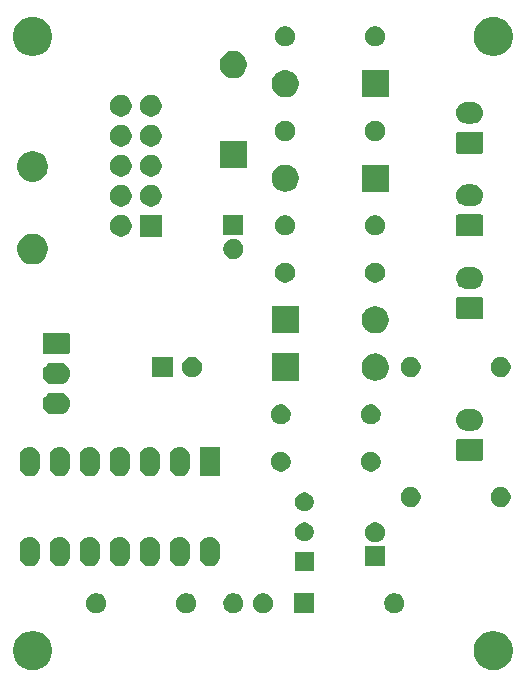
<source format=gbr>
G04 #@! TF.GenerationSoftware,KiCad,Pcbnew,5.1.5-52549c5~84~ubuntu18.04.1*
G04 #@! TF.CreationDate,2020-07-05T07:12:52-04:00*
G04 #@! TF.ProjectId,Suboscillator,5375626f-7363-4696-9c6c-61746f722e6b,rev?*
G04 #@! TF.SameCoordinates,Original*
G04 #@! TF.FileFunction,Soldermask,Bot*
G04 #@! TF.FilePolarity,Negative*
%FSLAX46Y46*%
G04 Gerber Fmt 4.6, Leading zero omitted, Abs format (unit mm)*
G04 Created by KiCad (PCBNEW 5.1.5-52549c5~84~ubuntu18.04.1) date 2020-07-05 07:12:52*
%MOMM*%
%LPD*%
G04 APERTURE LIST*
%ADD10C,0.100000*%
G04 APERTURE END LIST*
D10*
G36*
X130375256Y-87391298D02*
G01*
X130481579Y-87412447D01*
X130782042Y-87536903D01*
X131052451Y-87717585D01*
X131282415Y-87947549D01*
X131463097Y-88217958D01*
X131587553Y-88518421D01*
X131651000Y-88837391D01*
X131651000Y-89162609D01*
X131587553Y-89481579D01*
X131463097Y-89782042D01*
X131282415Y-90052451D01*
X131052451Y-90282415D01*
X130782042Y-90463097D01*
X130481579Y-90587553D01*
X130375256Y-90608702D01*
X130162611Y-90651000D01*
X129837389Y-90651000D01*
X129624744Y-90608702D01*
X129518421Y-90587553D01*
X129217958Y-90463097D01*
X128947549Y-90282415D01*
X128717585Y-90052451D01*
X128536903Y-89782042D01*
X128412447Y-89481579D01*
X128349000Y-89162609D01*
X128349000Y-88837391D01*
X128412447Y-88518421D01*
X128536903Y-88217958D01*
X128717585Y-87947549D01*
X128947549Y-87717585D01*
X129217958Y-87536903D01*
X129518421Y-87412447D01*
X129624744Y-87391298D01*
X129837389Y-87349000D01*
X130162611Y-87349000D01*
X130375256Y-87391298D01*
G37*
G36*
X169375256Y-87391298D02*
G01*
X169481579Y-87412447D01*
X169782042Y-87536903D01*
X170052451Y-87717585D01*
X170282415Y-87947549D01*
X170463097Y-88217958D01*
X170587553Y-88518421D01*
X170651000Y-88837391D01*
X170651000Y-89162609D01*
X170587553Y-89481579D01*
X170463097Y-89782042D01*
X170282415Y-90052451D01*
X170052451Y-90282415D01*
X169782042Y-90463097D01*
X169481579Y-90587553D01*
X169375256Y-90608702D01*
X169162611Y-90651000D01*
X168837389Y-90651000D01*
X168624744Y-90608702D01*
X168518421Y-90587553D01*
X168217958Y-90463097D01*
X167947549Y-90282415D01*
X167717585Y-90052451D01*
X167536903Y-89782042D01*
X167412447Y-89481579D01*
X167349000Y-89162609D01*
X167349000Y-88837391D01*
X167412447Y-88518421D01*
X167536903Y-88217958D01*
X167717585Y-87947549D01*
X167947549Y-87717585D01*
X168217958Y-87536903D01*
X168518421Y-87412447D01*
X168624744Y-87391298D01*
X168837389Y-87349000D01*
X169162611Y-87349000D01*
X169375256Y-87391298D01*
G37*
G36*
X160868228Y-84181703D02*
G01*
X161023100Y-84245853D01*
X161162481Y-84338985D01*
X161281015Y-84457519D01*
X161374147Y-84596900D01*
X161438297Y-84751772D01*
X161471000Y-84916184D01*
X161471000Y-85083816D01*
X161438297Y-85248228D01*
X161374147Y-85403100D01*
X161281015Y-85542481D01*
X161162481Y-85661015D01*
X161023100Y-85754147D01*
X160868228Y-85818297D01*
X160703816Y-85851000D01*
X160536184Y-85851000D01*
X160371772Y-85818297D01*
X160216900Y-85754147D01*
X160077519Y-85661015D01*
X159958985Y-85542481D01*
X159865853Y-85403100D01*
X159801703Y-85248228D01*
X159769000Y-85083816D01*
X159769000Y-84916184D01*
X159801703Y-84751772D01*
X159865853Y-84596900D01*
X159958985Y-84457519D01*
X160077519Y-84338985D01*
X160216900Y-84245853D01*
X160371772Y-84181703D01*
X160536184Y-84149000D01*
X160703816Y-84149000D01*
X160868228Y-84181703D01*
G37*
G36*
X149748228Y-84181703D02*
G01*
X149903100Y-84245853D01*
X150042481Y-84338985D01*
X150161015Y-84457519D01*
X150254147Y-84596900D01*
X150318297Y-84751772D01*
X150351000Y-84916184D01*
X150351000Y-85083816D01*
X150318297Y-85248228D01*
X150254147Y-85403100D01*
X150161015Y-85542481D01*
X150042481Y-85661015D01*
X149903100Y-85754147D01*
X149748228Y-85818297D01*
X149583816Y-85851000D01*
X149416184Y-85851000D01*
X149251772Y-85818297D01*
X149096900Y-85754147D01*
X148957519Y-85661015D01*
X148838985Y-85542481D01*
X148745853Y-85403100D01*
X148681703Y-85248228D01*
X148649000Y-85083816D01*
X148649000Y-84916184D01*
X148681703Y-84751772D01*
X148745853Y-84596900D01*
X148838985Y-84457519D01*
X148957519Y-84338985D01*
X149096900Y-84245853D01*
X149251772Y-84181703D01*
X149416184Y-84149000D01*
X149583816Y-84149000D01*
X149748228Y-84181703D01*
G37*
G36*
X147248228Y-84181703D02*
G01*
X147403100Y-84245853D01*
X147542481Y-84338985D01*
X147661015Y-84457519D01*
X147754147Y-84596900D01*
X147818297Y-84751772D01*
X147851000Y-84916184D01*
X147851000Y-85083816D01*
X147818297Y-85248228D01*
X147754147Y-85403100D01*
X147661015Y-85542481D01*
X147542481Y-85661015D01*
X147403100Y-85754147D01*
X147248228Y-85818297D01*
X147083816Y-85851000D01*
X146916184Y-85851000D01*
X146751772Y-85818297D01*
X146596900Y-85754147D01*
X146457519Y-85661015D01*
X146338985Y-85542481D01*
X146245853Y-85403100D01*
X146181703Y-85248228D01*
X146149000Y-85083816D01*
X146149000Y-84916184D01*
X146181703Y-84751772D01*
X146245853Y-84596900D01*
X146338985Y-84457519D01*
X146457519Y-84338985D01*
X146596900Y-84245853D01*
X146751772Y-84181703D01*
X146916184Y-84149000D01*
X147083816Y-84149000D01*
X147248228Y-84181703D01*
G37*
G36*
X153851000Y-85851000D02*
G01*
X152149000Y-85851000D01*
X152149000Y-84149000D01*
X153851000Y-84149000D01*
X153851000Y-85851000D01*
G37*
G36*
X143248228Y-84181703D02*
G01*
X143403100Y-84245853D01*
X143542481Y-84338985D01*
X143661015Y-84457519D01*
X143754147Y-84596900D01*
X143818297Y-84751772D01*
X143851000Y-84916184D01*
X143851000Y-85083816D01*
X143818297Y-85248228D01*
X143754147Y-85403100D01*
X143661015Y-85542481D01*
X143542481Y-85661015D01*
X143403100Y-85754147D01*
X143248228Y-85818297D01*
X143083816Y-85851000D01*
X142916184Y-85851000D01*
X142751772Y-85818297D01*
X142596900Y-85754147D01*
X142457519Y-85661015D01*
X142338985Y-85542481D01*
X142245853Y-85403100D01*
X142181703Y-85248228D01*
X142149000Y-85083816D01*
X142149000Y-84916184D01*
X142181703Y-84751772D01*
X142245853Y-84596900D01*
X142338985Y-84457519D01*
X142457519Y-84338985D01*
X142596900Y-84245853D01*
X142751772Y-84181703D01*
X142916184Y-84149000D01*
X143083816Y-84149000D01*
X143248228Y-84181703D01*
G37*
G36*
X135628228Y-84181703D02*
G01*
X135783100Y-84245853D01*
X135922481Y-84338985D01*
X136041015Y-84457519D01*
X136134147Y-84596900D01*
X136198297Y-84751772D01*
X136231000Y-84916184D01*
X136231000Y-85083816D01*
X136198297Y-85248228D01*
X136134147Y-85403100D01*
X136041015Y-85542481D01*
X135922481Y-85661015D01*
X135783100Y-85754147D01*
X135628228Y-85818297D01*
X135463816Y-85851000D01*
X135296184Y-85851000D01*
X135131772Y-85818297D01*
X134976900Y-85754147D01*
X134837519Y-85661015D01*
X134718985Y-85542481D01*
X134625853Y-85403100D01*
X134561703Y-85248228D01*
X134529000Y-85083816D01*
X134529000Y-84916184D01*
X134561703Y-84751772D01*
X134625853Y-84596900D01*
X134718985Y-84457519D01*
X134837519Y-84338985D01*
X134976900Y-84245853D01*
X135131772Y-84181703D01*
X135296184Y-84149000D01*
X135463816Y-84149000D01*
X135628228Y-84181703D01*
G37*
G36*
X153801000Y-82301000D02*
G01*
X152199000Y-82301000D01*
X152199000Y-80699000D01*
X153801000Y-80699000D01*
X153801000Y-82301000D01*
G37*
G36*
X129926823Y-79381313D02*
G01*
X130087242Y-79429976D01*
X130163257Y-79470607D01*
X130235078Y-79508996D01*
X130364659Y-79615341D01*
X130471004Y-79744922D01*
X130471005Y-79744924D01*
X130550024Y-79892758D01*
X130598687Y-80053178D01*
X130611000Y-80178197D01*
X130611000Y-81061804D01*
X130598687Y-81186823D01*
X130550024Y-81347242D01*
X130479114Y-81479906D01*
X130471004Y-81495078D01*
X130364659Y-81624659D01*
X130235077Y-81731005D01*
X130087241Y-81810024D01*
X129926822Y-81858687D01*
X129760000Y-81875117D01*
X129593177Y-81858687D01*
X129432758Y-81810024D01*
X129284924Y-81731005D01*
X129284922Y-81731004D01*
X129155341Y-81624659D01*
X129048995Y-81495077D01*
X128969976Y-81347241D01*
X128921313Y-81186822D01*
X128909000Y-81061803D01*
X128909000Y-80178197D01*
X128921314Y-80053177D01*
X128969977Y-79892758D01*
X129048996Y-79744924D01*
X129048997Y-79744922D01*
X129155342Y-79615341D01*
X129284923Y-79508996D01*
X129356744Y-79470607D01*
X129432759Y-79429976D01*
X129593178Y-79381313D01*
X129760000Y-79364883D01*
X129926823Y-79381313D01*
G37*
G36*
X140086823Y-79381313D02*
G01*
X140247242Y-79429976D01*
X140323257Y-79470607D01*
X140395078Y-79508996D01*
X140524659Y-79615341D01*
X140631004Y-79744922D01*
X140631005Y-79744924D01*
X140710024Y-79892758D01*
X140758687Y-80053178D01*
X140771000Y-80178197D01*
X140771000Y-81061804D01*
X140758687Y-81186823D01*
X140710024Y-81347242D01*
X140639114Y-81479906D01*
X140631004Y-81495078D01*
X140524659Y-81624659D01*
X140395077Y-81731005D01*
X140247241Y-81810024D01*
X140086822Y-81858687D01*
X139920000Y-81875117D01*
X139753177Y-81858687D01*
X139592758Y-81810024D01*
X139444924Y-81731005D01*
X139444922Y-81731004D01*
X139315341Y-81624659D01*
X139208995Y-81495077D01*
X139129976Y-81347241D01*
X139081313Y-81186822D01*
X139069000Y-81061803D01*
X139069000Y-80178197D01*
X139081314Y-80053177D01*
X139129977Y-79892758D01*
X139208996Y-79744924D01*
X139208997Y-79744922D01*
X139315342Y-79615341D01*
X139444923Y-79508996D01*
X139516744Y-79470607D01*
X139592759Y-79429976D01*
X139753178Y-79381313D01*
X139920000Y-79364883D01*
X140086823Y-79381313D01*
G37*
G36*
X142626823Y-79381313D02*
G01*
X142787242Y-79429976D01*
X142863257Y-79470607D01*
X142935078Y-79508996D01*
X143064659Y-79615341D01*
X143171004Y-79744922D01*
X143171005Y-79744924D01*
X143250024Y-79892758D01*
X143298687Y-80053178D01*
X143311000Y-80178197D01*
X143311000Y-81061804D01*
X143298687Y-81186823D01*
X143250024Y-81347242D01*
X143179114Y-81479906D01*
X143171004Y-81495078D01*
X143064659Y-81624659D01*
X142935077Y-81731005D01*
X142787241Y-81810024D01*
X142626822Y-81858687D01*
X142460000Y-81875117D01*
X142293177Y-81858687D01*
X142132758Y-81810024D01*
X141984924Y-81731005D01*
X141984922Y-81731004D01*
X141855341Y-81624659D01*
X141748995Y-81495077D01*
X141669976Y-81347241D01*
X141621313Y-81186822D01*
X141609000Y-81061803D01*
X141609000Y-80178197D01*
X141621314Y-80053177D01*
X141669977Y-79892758D01*
X141748996Y-79744924D01*
X141748997Y-79744922D01*
X141855342Y-79615341D01*
X141984923Y-79508996D01*
X142056744Y-79470607D01*
X142132759Y-79429976D01*
X142293178Y-79381313D01*
X142460000Y-79364883D01*
X142626823Y-79381313D01*
G37*
G36*
X145166823Y-79381313D02*
G01*
X145327242Y-79429976D01*
X145403257Y-79470607D01*
X145475078Y-79508996D01*
X145604659Y-79615341D01*
X145711004Y-79744922D01*
X145711005Y-79744924D01*
X145790024Y-79892758D01*
X145838687Y-80053178D01*
X145851000Y-80178197D01*
X145851000Y-81061804D01*
X145838687Y-81186823D01*
X145790024Y-81347242D01*
X145719114Y-81479906D01*
X145711004Y-81495078D01*
X145604659Y-81624659D01*
X145475077Y-81731005D01*
X145327241Y-81810024D01*
X145166822Y-81858687D01*
X145000000Y-81875117D01*
X144833177Y-81858687D01*
X144672758Y-81810024D01*
X144524924Y-81731005D01*
X144524922Y-81731004D01*
X144395341Y-81624659D01*
X144288995Y-81495077D01*
X144209976Y-81347241D01*
X144161313Y-81186822D01*
X144149000Y-81061803D01*
X144149000Y-80178197D01*
X144161314Y-80053177D01*
X144209977Y-79892758D01*
X144288996Y-79744924D01*
X144288997Y-79744922D01*
X144395342Y-79615341D01*
X144524923Y-79508996D01*
X144596744Y-79470607D01*
X144672759Y-79429976D01*
X144833178Y-79381313D01*
X145000000Y-79364883D01*
X145166823Y-79381313D01*
G37*
G36*
X137546823Y-79381313D02*
G01*
X137707242Y-79429976D01*
X137783257Y-79470607D01*
X137855078Y-79508996D01*
X137984659Y-79615341D01*
X138091004Y-79744922D01*
X138091005Y-79744924D01*
X138170024Y-79892758D01*
X138218687Y-80053178D01*
X138231000Y-80178197D01*
X138231000Y-81061804D01*
X138218687Y-81186823D01*
X138170024Y-81347242D01*
X138099114Y-81479906D01*
X138091004Y-81495078D01*
X137984659Y-81624659D01*
X137855077Y-81731005D01*
X137707241Y-81810024D01*
X137546822Y-81858687D01*
X137380000Y-81875117D01*
X137213177Y-81858687D01*
X137052758Y-81810024D01*
X136904924Y-81731005D01*
X136904922Y-81731004D01*
X136775341Y-81624659D01*
X136668995Y-81495077D01*
X136589976Y-81347241D01*
X136541313Y-81186822D01*
X136529000Y-81061803D01*
X136529000Y-80178197D01*
X136541314Y-80053177D01*
X136589977Y-79892758D01*
X136668996Y-79744924D01*
X136668997Y-79744922D01*
X136775342Y-79615341D01*
X136904923Y-79508996D01*
X136976744Y-79470607D01*
X137052759Y-79429976D01*
X137213178Y-79381313D01*
X137380000Y-79364883D01*
X137546823Y-79381313D01*
G37*
G36*
X135006823Y-79381313D02*
G01*
X135167242Y-79429976D01*
X135243257Y-79470607D01*
X135315078Y-79508996D01*
X135444659Y-79615341D01*
X135551004Y-79744922D01*
X135551005Y-79744924D01*
X135630024Y-79892758D01*
X135678687Y-80053178D01*
X135691000Y-80178197D01*
X135691000Y-81061804D01*
X135678687Y-81186823D01*
X135630024Y-81347242D01*
X135559114Y-81479906D01*
X135551004Y-81495078D01*
X135444659Y-81624659D01*
X135315077Y-81731005D01*
X135167241Y-81810024D01*
X135006822Y-81858687D01*
X134840000Y-81875117D01*
X134673177Y-81858687D01*
X134512758Y-81810024D01*
X134364924Y-81731005D01*
X134364922Y-81731004D01*
X134235341Y-81624659D01*
X134128995Y-81495077D01*
X134049976Y-81347241D01*
X134001313Y-81186822D01*
X133989000Y-81061803D01*
X133989000Y-80178197D01*
X134001314Y-80053177D01*
X134049977Y-79892758D01*
X134128996Y-79744924D01*
X134128997Y-79744922D01*
X134235342Y-79615341D01*
X134364923Y-79508996D01*
X134436744Y-79470607D01*
X134512759Y-79429976D01*
X134673178Y-79381313D01*
X134840000Y-79364883D01*
X135006823Y-79381313D01*
G37*
G36*
X132466823Y-79381313D02*
G01*
X132627242Y-79429976D01*
X132703257Y-79470607D01*
X132775078Y-79508996D01*
X132904659Y-79615341D01*
X133011004Y-79744922D01*
X133011005Y-79744924D01*
X133090024Y-79892758D01*
X133138687Y-80053178D01*
X133151000Y-80178197D01*
X133151000Y-81061804D01*
X133138687Y-81186823D01*
X133090024Y-81347242D01*
X133019114Y-81479906D01*
X133011004Y-81495078D01*
X132904659Y-81624659D01*
X132775077Y-81731005D01*
X132627241Y-81810024D01*
X132466822Y-81858687D01*
X132300000Y-81875117D01*
X132133177Y-81858687D01*
X131972758Y-81810024D01*
X131824924Y-81731005D01*
X131824922Y-81731004D01*
X131695341Y-81624659D01*
X131588995Y-81495077D01*
X131509976Y-81347241D01*
X131461313Y-81186822D01*
X131449000Y-81061803D01*
X131449000Y-80178197D01*
X131461314Y-80053177D01*
X131509977Y-79892758D01*
X131588996Y-79744924D01*
X131588997Y-79744922D01*
X131695342Y-79615341D01*
X131824923Y-79508996D01*
X131896744Y-79470607D01*
X131972759Y-79429976D01*
X132133178Y-79381313D01*
X132300000Y-79364883D01*
X132466823Y-79381313D01*
G37*
G36*
X159851000Y-81851000D02*
G01*
X158149000Y-81851000D01*
X158149000Y-80149000D01*
X159851000Y-80149000D01*
X159851000Y-81851000D01*
G37*
G36*
X159248228Y-78181703D02*
G01*
X159403100Y-78245853D01*
X159542481Y-78338985D01*
X159661015Y-78457519D01*
X159754147Y-78596900D01*
X159818297Y-78751772D01*
X159851000Y-78916184D01*
X159851000Y-79083816D01*
X159818297Y-79248228D01*
X159754147Y-79403100D01*
X159661015Y-79542481D01*
X159542481Y-79661015D01*
X159403100Y-79754147D01*
X159248228Y-79818297D01*
X159083816Y-79851000D01*
X158916184Y-79851000D01*
X158751772Y-79818297D01*
X158596900Y-79754147D01*
X158457519Y-79661015D01*
X158338985Y-79542481D01*
X158245853Y-79403100D01*
X158181703Y-79248228D01*
X158149000Y-79083816D01*
X158149000Y-78916184D01*
X158181703Y-78751772D01*
X158245853Y-78596900D01*
X158338985Y-78457519D01*
X158457519Y-78338985D01*
X158596900Y-78245853D01*
X158751772Y-78181703D01*
X158916184Y-78149000D01*
X159083816Y-78149000D01*
X159248228Y-78181703D01*
G37*
G36*
X153233642Y-78189781D02*
G01*
X153369011Y-78245853D01*
X153379416Y-78250163D01*
X153510608Y-78337822D01*
X153622178Y-78449392D01*
X153709837Y-78580584D01*
X153709838Y-78580586D01*
X153770219Y-78726358D01*
X153801000Y-78881107D01*
X153801000Y-79038893D01*
X153770219Y-79193642D01*
X153747608Y-79248229D01*
X153709837Y-79339416D01*
X153622178Y-79470608D01*
X153510608Y-79582178D01*
X153379416Y-79669837D01*
X153379415Y-79669838D01*
X153379414Y-79669838D01*
X153233642Y-79730219D01*
X153078893Y-79761000D01*
X152921107Y-79761000D01*
X152766358Y-79730219D01*
X152620586Y-79669838D01*
X152620585Y-79669838D01*
X152620584Y-79669837D01*
X152489392Y-79582178D01*
X152377822Y-79470608D01*
X152290163Y-79339416D01*
X152252392Y-79248229D01*
X152229781Y-79193642D01*
X152199000Y-79038893D01*
X152199000Y-78881107D01*
X152229781Y-78726358D01*
X152290162Y-78580586D01*
X152290163Y-78580584D01*
X152377822Y-78449392D01*
X152489392Y-78337822D01*
X152620584Y-78250163D01*
X152630989Y-78245853D01*
X152766358Y-78189781D01*
X152921107Y-78159000D01*
X153078893Y-78159000D01*
X153233642Y-78189781D01*
G37*
G36*
X153233642Y-75649781D02*
G01*
X153379414Y-75710162D01*
X153379416Y-75710163D01*
X153510608Y-75797822D01*
X153622178Y-75909392D01*
X153709837Y-76040584D01*
X153709838Y-76040586D01*
X153770219Y-76186358D01*
X153801000Y-76341107D01*
X153801000Y-76498893D01*
X153770219Y-76653642D01*
X153728588Y-76754147D01*
X153709837Y-76799416D01*
X153622178Y-76930608D01*
X153510608Y-77042178D01*
X153379416Y-77129837D01*
X153379415Y-77129838D01*
X153379414Y-77129838D01*
X153233642Y-77190219D01*
X153078893Y-77221000D01*
X152921107Y-77221000D01*
X152766358Y-77190219D01*
X152620586Y-77129838D01*
X152620585Y-77129838D01*
X152620584Y-77129837D01*
X152489392Y-77042178D01*
X152377822Y-76930608D01*
X152290163Y-76799416D01*
X152271412Y-76754147D01*
X152229781Y-76653642D01*
X152199000Y-76498893D01*
X152199000Y-76341107D01*
X152229781Y-76186358D01*
X152290162Y-76040586D01*
X152290163Y-76040584D01*
X152377822Y-75909392D01*
X152489392Y-75797822D01*
X152620584Y-75710163D01*
X152620586Y-75710162D01*
X152766358Y-75649781D01*
X152921107Y-75619000D01*
X153078893Y-75619000D01*
X153233642Y-75649781D01*
G37*
G36*
X162248228Y-75181703D02*
G01*
X162403100Y-75245853D01*
X162542481Y-75338985D01*
X162661015Y-75457519D01*
X162754147Y-75596900D01*
X162818297Y-75751772D01*
X162851000Y-75916184D01*
X162851000Y-76083816D01*
X162818297Y-76248228D01*
X162754147Y-76403100D01*
X162661015Y-76542481D01*
X162542481Y-76661015D01*
X162403100Y-76754147D01*
X162248228Y-76818297D01*
X162083816Y-76851000D01*
X161916184Y-76851000D01*
X161751772Y-76818297D01*
X161596900Y-76754147D01*
X161457519Y-76661015D01*
X161338985Y-76542481D01*
X161245853Y-76403100D01*
X161181703Y-76248228D01*
X161149000Y-76083816D01*
X161149000Y-75916184D01*
X161181703Y-75751772D01*
X161245853Y-75596900D01*
X161338985Y-75457519D01*
X161457519Y-75338985D01*
X161596900Y-75245853D01*
X161751772Y-75181703D01*
X161916184Y-75149000D01*
X162083816Y-75149000D01*
X162248228Y-75181703D01*
G37*
G36*
X169868228Y-75181703D02*
G01*
X170023100Y-75245853D01*
X170162481Y-75338985D01*
X170281015Y-75457519D01*
X170374147Y-75596900D01*
X170438297Y-75751772D01*
X170471000Y-75916184D01*
X170471000Y-76083816D01*
X170438297Y-76248228D01*
X170374147Y-76403100D01*
X170281015Y-76542481D01*
X170162481Y-76661015D01*
X170023100Y-76754147D01*
X169868228Y-76818297D01*
X169703816Y-76851000D01*
X169536184Y-76851000D01*
X169371772Y-76818297D01*
X169216900Y-76754147D01*
X169077519Y-76661015D01*
X168958985Y-76542481D01*
X168865853Y-76403100D01*
X168801703Y-76248228D01*
X168769000Y-76083816D01*
X168769000Y-75916184D01*
X168801703Y-75751772D01*
X168865853Y-75596900D01*
X168958985Y-75457519D01*
X169077519Y-75338985D01*
X169216900Y-75245853D01*
X169371772Y-75181703D01*
X169536184Y-75149000D01*
X169703816Y-75149000D01*
X169868228Y-75181703D01*
G37*
G36*
X135006823Y-71761313D02*
G01*
X135167242Y-71809976D01*
X135299906Y-71880886D01*
X135315078Y-71888996D01*
X135444659Y-71995341D01*
X135551004Y-72124922D01*
X135551005Y-72124924D01*
X135630024Y-72272758D01*
X135678687Y-72433178D01*
X135691000Y-72558197D01*
X135691000Y-73441804D01*
X135678687Y-73566823D01*
X135630024Y-73727242D01*
X135615642Y-73754148D01*
X135551004Y-73875078D01*
X135444659Y-74004659D01*
X135315077Y-74111005D01*
X135167241Y-74190024D01*
X135006822Y-74238687D01*
X134840000Y-74255117D01*
X134673177Y-74238687D01*
X134512758Y-74190024D01*
X134364924Y-74111005D01*
X134364922Y-74111004D01*
X134235341Y-74004659D01*
X134128995Y-73875077D01*
X134049976Y-73727241D01*
X134001313Y-73566822D01*
X133989000Y-73441803D01*
X133989000Y-72558197D01*
X134001314Y-72433177D01*
X134049977Y-72272758D01*
X134128996Y-72124924D01*
X134128997Y-72124922D01*
X134235342Y-71995341D01*
X134364923Y-71888996D01*
X134380095Y-71880886D01*
X134512759Y-71809976D01*
X134673178Y-71761313D01*
X134840000Y-71744883D01*
X135006823Y-71761313D01*
G37*
G36*
X129926823Y-71761313D02*
G01*
X130087242Y-71809976D01*
X130219906Y-71880886D01*
X130235078Y-71888996D01*
X130364659Y-71995341D01*
X130471004Y-72124922D01*
X130471005Y-72124924D01*
X130550024Y-72272758D01*
X130598687Y-72433178D01*
X130611000Y-72558197D01*
X130611000Y-73441804D01*
X130598687Y-73566823D01*
X130550024Y-73727242D01*
X130535642Y-73754148D01*
X130471004Y-73875078D01*
X130364659Y-74004659D01*
X130235077Y-74111005D01*
X130087241Y-74190024D01*
X129926822Y-74238687D01*
X129760000Y-74255117D01*
X129593177Y-74238687D01*
X129432758Y-74190024D01*
X129284924Y-74111005D01*
X129284922Y-74111004D01*
X129155341Y-74004659D01*
X129048995Y-73875077D01*
X128969976Y-73727241D01*
X128921313Y-73566822D01*
X128909000Y-73441803D01*
X128909000Y-72558197D01*
X128921314Y-72433177D01*
X128969977Y-72272758D01*
X129048996Y-72124924D01*
X129048997Y-72124922D01*
X129155342Y-71995341D01*
X129284923Y-71888996D01*
X129300095Y-71880886D01*
X129432759Y-71809976D01*
X129593178Y-71761313D01*
X129760000Y-71744883D01*
X129926823Y-71761313D01*
G37*
G36*
X132466823Y-71761313D02*
G01*
X132627242Y-71809976D01*
X132759906Y-71880886D01*
X132775078Y-71888996D01*
X132904659Y-71995341D01*
X133011004Y-72124922D01*
X133011005Y-72124924D01*
X133090024Y-72272758D01*
X133138687Y-72433178D01*
X133151000Y-72558197D01*
X133151000Y-73441804D01*
X133138687Y-73566823D01*
X133090024Y-73727242D01*
X133075642Y-73754148D01*
X133011004Y-73875078D01*
X132904659Y-74004659D01*
X132775077Y-74111005D01*
X132627241Y-74190024D01*
X132466822Y-74238687D01*
X132300000Y-74255117D01*
X132133177Y-74238687D01*
X131972758Y-74190024D01*
X131824924Y-74111005D01*
X131824922Y-74111004D01*
X131695341Y-74004659D01*
X131588995Y-73875077D01*
X131509976Y-73727241D01*
X131461313Y-73566822D01*
X131449000Y-73441803D01*
X131449000Y-72558197D01*
X131461314Y-72433177D01*
X131509977Y-72272758D01*
X131588996Y-72124924D01*
X131588997Y-72124922D01*
X131695342Y-71995341D01*
X131824923Y-71888996D01*
X131840095Y-71880886D01*
X131972759Y-71809976D01*
X132133178Y-71761313D01*
X132300000Y-71744883D01*
X132466823Y-71761313D01*
G37*
G36*
X142626823Y-71761313D02*
G01*
X142787242Y-71809976D01*
X142919906Y-71880886D01*
X142935078Y-71888996D01*
X143064659Y-71995341D01*
X143171004Y-72124922D01*
X143171005Y-72124924D01*
X143250024Y-72272758D01*
X143298687Y-72433178D01*
X143311000Y-72558197D01*
X143311000Y-73441804D01*
X143298687Y-73566823D01*
X143250024Y-73727242D01*
X143235642Y-73754148D01*
X143171004Y-73875078D01*
X143064659Y-74004659D01*
X142935077Y-74111005D01*
X142787241Y-74190024D01*
X142626822Y-74238687D01*
X142460000Y-74255117D01*
X142293177Y-74238687D01*
X142132758Y-74190024D01*
X141984924Y-74111005D01*
X141984922Y-74111004D01*
X141855341Y-74004659D01*
X141748995Y-73875077D01*
X141669976Y-73727241D01*
X141621313Y-73566822D01*
X141609000Y-73441803D01*
X141609000Y-72558197D01*
X141621314Y-72433177D01*
X141669977Y-72272758D01*
X141748996Y-72124924D01*
X141748997Y-72124922D01*
X141855342Y-71995341D01*
X141984923Y-71888996D01*
X142000095Y-71880886D01*
X142132759Y-71809976D01*
X142293178Y-71761313D01*
X142460000Y-71744883D01*
X142626823Y-71761313D01*
G37*
G36*
X137546823Y-71761313D02*
G01*
X137707242Y-71809976D01*
X137839906Y-71880886D01*
X137855078Y-71888996D01*
X137984659Y-71995341D01*
X138091004Y-72124922D01*
X138091005Y-72124924D01*
X138170024Y-72272758D01*
X138218687Y-72433178D01*
X138231000Y-72558197D01*
X138231000Y-73441804D01*
X138218687Y-73566823D01*
X138170024Y-73727242D01*
X138155642Y-73754148D01*
X138091004Y-73875078D01*
X137984659Y-74004659D01*
X137855077Y-74111005D01*
X137707241Y-74190024D01*
X137546822Y-74238687D01*
X137380000Y-74255117D01*
X137213177Y-74238687D01*
X137052758Y-74190024D01*
X136904924Y-74111005D01*
X136904922Y-74111004D01*
X136775341Y-74004659D01*
X136668995Y-73875077D01*
X136589976Y-73727241D01*
X136541313Y-73566822D01*
X136529000Y-73441803D01*
X136529000Y-72558197D01*
X136541314Y-72433177D01*
X136589977Y-72272758D01*
X136668996Y-72124924D01*
X136668997Y-72124922D01*
X136775342Y-71995341D01*
X136904923Y-71888996D01*
X136920095Y-71880886D01*
X137052759Y-71809976D01*
X137213178Y-71761313D01*
X137380000Y-71744883D01*
X137546823Y-71761313D01*
G37*
G36*
X140086823Y-71761313D02*
G01*
X140247242Y-71809976D01*
X140379906Y-71880886D01*
X140395078Y-71888996D01*
X140524659Y-71995341D01*
X140631004Y-72124922D01*
X140631005Y-72124924D01*
X140710024Y-72272758D01*
X140758687Y-72433178D01*
X140771000Y-72558197D01*
X140771000Y-73441804D01*
X140758687Y-73566823D01*
X140710024Y-73727242D01*
X140695642Y-73754148D01*
X140631004Y-73875078D01*
X140524659Y-74004659D01*
X140395077Y-74111005D01*
X140247241Y-74190024D01*
X140086822Y-74238687D01*
X139920000Y-74255117D01*
X139753177Y-74238687D01*
X139592758Y-74190024D01*
X139444924Y-74111005D01*
X139444922Y-74111004D01*
X139315341Y-74004659D01*
X139208995Y-73875077D01*
X139129976Y-73727241D01*
X139081313Y-73566822D01*
X139069000Y-73441803D01*
X139069000Y-72558197D01*
X139081314Y-72433177D01*
X139129977Y-72272758D01*
X139208996Y-72124924D01*
X139208997Y-72124922D01*
X139315342Y-71995341D01*
X139444923Y-71888996D01*
X139460095Y-71880886D01*
X139592759Y-71809976D01*
X139753178Y-71761313D01*
X139920000Y-71744883D01*
X140086823Y-71761313D01*
G37*
G36*
X145851000Y-74251000D02*
G01*
X144149000Y-74251000D01*
X144149000Y-71749000D01*
X145851000Y-71749000D01*
X145851000Y-74251000D01*
G37*
G36*
X158868228Y-72181703D02*
G01*
X159023100Y-72245853D01*
X159162481Y-72338985D01*
X159281015Y-72457519D01*
X159374147Y-72596900D01*
X159438297Y-72751772D01*
X159471000Y-72916184D01*
X159471000Y-73083816D01*
X159438297Y-73248228D01*
X159374147Y-73403100D01*
X159281015Y-73542481D01*
X159162481Y-73661015D01*
X159023100Y-73754147D01*
X158868228Y-73818297D01*
X158703816Y-73851000D01*
X158536184Y-73851000D01*
X158371772Y-73818297D01*
X158216900Y-73754147D01*
X158077519Y-73661015D01*
X157958985Y-73542481D01*
X157865853Y-73403100D01*
X157801703Y-73248228D01*
X157769000Y-73083816D01*
X157769000Y-72916184D01*
X157801703Y-72751772D01*
X157865853Y-72596900D01*
X157958985Y-72457519D01*
X158077519Y-72338985D01*
X158216900Y-72245853D01*
X158371772Y-72181703D01*
X158536184Y-72149000D01*
X158703816Y-72149000D01*
X158868228Y-72181703D01*
G37*
G36*
X151248228Y-72181703D02*
G01*
X151403100Y-72245853D01*
X151542481Y-72338985D01*
X151661015Y-72457519D01*
X151754147Y-72596900D01*
X151818297Y-72751772D01*
X151851000Y-72916184D01*
X151851000Y-73083816D01*
X151818297Y-73248228D01*
X151754147Y-73403100D01*
X151661015Y-73542481D01*
X151542481Y-73661015D01*
X151403100Y-73754147D01*
X151248228Y-73818297D01*
X151083816Y-73851000D01*
X150916184Y-73851000D01*
X150751772Y-73818297D01*
X150596900Y-73754147D01*
X150457519Y-73661015D01*
X150338985Y-73542481D01*
X150245853Y-73403100D01*
X150181703Y-73248228D01*
X150149000Y-73083816D01*
X150149000Y-72916184D01*
X150181703Y-72751772D01*
X150245853Y-72596900D01*
X150338985Y-72457519D01*
X150457519Y-72338985D01*
X150596900Y-72245853D01*
X150751772Y-72181703D01*
X150916184Y-72149000D01*
X151083816Y-72149000D01*
X151248228Y-72181703D01*
G37*
G36*
X168009561Y-71082966D02*
G01*
X168042383Y-71092923D01*
X168072632Y-71109092D01*
X168099148Y-71130852D01*
X168120908Y-71157368D01*
X168137077Y-71187617D01*
X168147034Y-71220439D01*
X168151000Y-71260713D01*
X168151000Y-72739287D01*
X168147034Y-72779561D01*
X168137077Y-72812383D01*
X168120908Y-72842632D01*
X168099148Y-72869148D01*
X168072632Y-72890908D01*
X168042383Y-72907077D01*
X168009561Y-72917034D01*
X167969287Y-72921000D01*
X166030713Y-72921000D01*
X165990439Y-72917034D01*
X165957617Y-72907077D01*
X165927368Y-72890908D01*
X165900852Y-72869148D01*
X165879092Y-72842632D01*
X165862923Y-72812383D01*
X165852966Y-72779561D01*
X165849000Y-72739287D01*
X165849000Y-71260713D01*
X165852966Y-71220439D01*
X165862923Y-71187617D01*
X165879092Y-71157368D01*
X165900852Y-71130852D01*
X165927368Y-71109092D01*
X165957617Y-71092923D01*
X165990439Y-71082966D01*
X166030713Y-71079000D01*
X167969287Y-71079000D01*
X168009561Y-71082966D01*
G37*
G36*
X167320345Y-68543442D02*
G01*
X167410548Y-68552326D01*
X167584157Y-68604990D01*
X167744156Y-68690511D01*
X167787729Y-68726271D01*
X167884397Y-68805603D01*
X167963729Y-68902271D01*
X167999489Y-68945844D01*
X168085010Y-69105843D01*
X168137674Y-69279452D01*
X168155456Y-69460000D01*
X168137674Y-69640548D01*
X168085010Y-69814157D01*
X167999489Y-69974156D01*
X167963729Y-70017729D01*
X167884397Y-70114397D01*
X167787729Y-70193729D01*
X167744156Y-70229489D01*
X167584157Y-70315010D01*
X167410548Y-70367674D01*
X167320345Y-70376558D01*
X167275245Y-70381000D01*
X166724755Y-70381000D01*
X166679655Y-70376558D01*
X166589452Y-70367674D01*
X166415843Y-70315010D01*
X166255844Y-70229489D01*
X166212271Y-70193729D01*
X166115603Y-70114397D01*
X166036271Y-70017729D01*
X166000511Y-69974156D01*
X165914990Y-69814157D01*
X165862326Y-69640548D01*
X165844544Y-69460000D01*
X165862326Y-69279452D01*
X165914990Y-69105843D01*
X166000511Y-68945844D01*
X166036271Y-68902271D01*
X166115603Y-68805603D01*
X166212271Y-68726271D01*
X166255844Y-68690511D01*
X166415843Y-68604990D01*
X166589452Y-68552326D01*
X166679655Y-68543442D01*
X166724755Y-68539000D01*
X167275245Y-68539000D01*
X167320345Y-68543442D01*
G37*
G36*
X151248228Y-68181703D02*
G01*
X151403100Y-68245853D01*
X151542481Y-68338985D01*
X151661015Y-68457519D01*
X151754147Y-68596900D01*
X151818297Y-68751772D01*
X151851000Y-68916184D01*
X151851000Y-69083816D01*
X151818297Y-69248228D01*
X151754147Y-69403100D01*
X151661015Y-69542481D01*
X151542481Y-69661015D01*
X151403100Y-69754147D01*
X151248228Y-69818297D01*
X151083816Y-69851000D01*
X150916184Y-69851000D01*
X150751772Y-69818297D01*
X150596900Y-69754147D01*
X150457519Y-69661015D01*
X150338985Y-69542481D01*
X150245853Y-69403100D01*
X150181703Y-69248228D01*
X150149000Y-69083816D01*
X150149000Y-68916184D01*
X150181703Y-68751772D01*
X150245853Y-68596900D01*
X150338985Y-68457519D01*
X150457519Y-68338985D01*
X150596900Y-68245853D01*
X150751772Y-68181703D01*
X150916184Y-68149000D01*
X151083816Y-68149000D01*
X151248228Y-68181703D01*
G37*
G36*
X158868228Y-68181703D02*
G01*
X159023100Y-68245853D01*
X159162481Y-68338985D01*
X159281015Y-68457519D01*
X159374147Y-68596900D01*
X159438297Y-68751772D01*
X159471000Y-68916184D01*
X159471000Y-69083816D01*
X159438297Y-69248228D01*
X159374147Y-69403100D01*
X159281015Y-69542481D01*
X159162481Y-69661015D01*
X159023100Y-69754147D01*
X158868228Y-69818297D01*
X158703816Y-69851000D01*
X158536184Y-69851000D01*
X158371772Y-69818297D01*
X158216900Y-69754147D01*
X158077519Y-69661015D01*
X157958985Y-69542481D01*
X157865853Y-69403100D01*
X157801703Y-69248228D01*
X157769000Y-69083816D01*
X157769000Y-68916184D01*
X157801703Y-68751772D01*
X157865853Y-68596900D01*
X157958985Y-68457519D01*
X158077519Y-68338985D01*
X158216900Y-68245853D01*
X158371772Y-68181703D01*
X158536184Y-68149000D01*
X158703816Y-68149000D01*
X158868228Y-68181703D01*
G37*
G36*
X132320345Y-67163442D02*
G01*
X132410548Y-67172326D01*
X132584157Y-67224990D01*
X132744156Y-67310511D01*
X132787729Y-67346271D01*
X132884397Y-67425603D01*
X132963729Y-67522271D01*
X132999489Y-67565844D01*
X133085010Y-67725843D01*
X133137674Y-67899452D01*
X133155456Y-68080000D01*
X133137674Y-68260548D01*
X133085010Y-68434157D01*
X132999489Y-68594156D01*
X132963729Y-68637729D01*
X132884397Y-68734397D01*
X132797631Y-68805603D01*
X132744156Y-68849489D01*
X132584157Y-68935010D01*
X132410548Y-68987674D01*
X132320345Y-68996558D01*
X132275245Y-69001000D01*
X131724755Y-69001000D01*
X131679655Y-68996558D01*
X131589452Y-68987674D01*
X131415843Y-68935010D01*
X131255844Y-68849489D01*
X131202369Y-68805603D01*
X131115603Y-68734397D01*
X131036271Y-68637729D01*
X131000511Y-68594156D01*
X130914990Y-68434157D01*
X130862326Y-68260548D01*
X130844544Y-68080000D01*
X130862326Y-67899452D01*
X130914990Y-67725843D01*
X131000511Y-67565844D01*
X131036271Y-67522271D01*
X131115603Y-67425603D01*
X131212271Y-67346271D01*
X131255844Y-67310511D01*
X131415843Y-67224990D01*
X131589452Y-67172326D01*
X131679655Y-67163442D01*
X131724755Y-67159000D01*
X132275245Y-67159000D01*
X132320345Y-67163442D01*
G37*
G36*
X132320345Y-64623442D02*
G01*
X132410548Y-64632326D01*
X132584157Y-64684990D01*
X132744156Y-64770511D01*
X132787729Y-64806271D01*
X132884397Y-64885603D01*
X132963729Y-64982271D01*
X132999489Y-65025844D01*
X133085010Y-65185843D01*
X133137674Y-65359452D01*
X133155456Y-65540000D01*
X133137674Y-65720548D01*
X133085010Y-65894157D01*
X132999489Y-66054156D01*
X132963729Y-66097729D01*
X132884397Y-66194397D01*
X132787729Y-66273729D01*
X132744156Y-66309489D01*
X132584157Y-66395010D01*
X132410548Y-66447674D01*
X132320345Y-66456558D01*
X132275245Y-66461000D01*
X131724755Y-66461000D01*
X131679655Y-66456558D01*
X131589452Y-66447674D01*
X131415843Y-66395010D01*
X131255844Y-66309489D01*
X131212271Y-66273729D01*
X131115603Y-66194397D01*
X131036271Y-66097729D01*
X131000511Y-66054156D01*
X130914990Y-65894157D01*
X130862326Y-65720548D01*
X130844544Y-65540000D01*
X130862326Y-65359452D01*
X130914990Y-65185843D01*
X131000511Y-65025844D01*
X131036271Y-64982271D01*
X131115603Y-64885603D01*
X131212271Y-64806271D01*
X131255844Y-64770511D01*
X131415843Y-64684990D01*
X131589452Y-64632326D01*
X131679655Y-64623442D01*
X131724755Y-64619000D01*
X132275245Y-64619000D01*
X132320345Y-64623442D01*
G37*
G36*
X152531000Y-66151000D02*
G01*
X150229000Y-66151000D01*
X150229000Y-63849000D01*
X152531000Y-63849000D01*
X152531000Y-66151000D01*
G37*
G36*
X159214655Y-63869148D02*
G01*
X159335734Y-63893232D01*
X159545203Y-63979997D01*
X159733720Y-64105960D01*
X159894040Y-64266280D01*
X160020003Y-64454797D01*
X160020004Y-64454799D01*
X160106768Y-64664267D01*
X160151000Y-64886635D01*
X160151000Y-65113365D01*
X160136583Y-65185843D01*
X160106768Y-65335734D01*
X160078865Y-65403097D01*
X160021131Y-65542481D01*
X160020003Y-65545203D01*
X159894040Y-65733720D01*
X159733720Y-65894040D01*
X159545203Y-66020003D01*
X159335734Y-66106768D01*
X159224549Y-66128884D01*
X159113365Y-66151000D01*
X158886635Y-66151000D01*
X158775451Y-66128884D01*
X158664266Y-66106768D01*
X158454797Y-66020003D01*
X158266280Y-65894040D01*
X158105960Y-65733720D01*
X157979997Y-65545203D01*
X157978870Y-65542481D01*
X157921135Y-65403097D01*
X157893232Y-65335734D01*
X157863417Y-65185843D01*
X157849000Y-65113365D01*
X157849000Y-64886635D01*
X157893232Y-64664267D01*
X157979996Y-64454799D01*
X157979997Y-64454797D01*
X158105960Y-64266280D01*
X158266280Y-64105960D01*
X158454797Y-63979997D01*
X158664266Y-63893232D01*
X158785345Y-63869148D01*
X158886635Y-63849000D01*
X159113365Y-63849000D01*
X159214655Y-63869148D01*
G37*
G36*
X143748228Y-64181703D02*
G01*
X143903100Y-64245853D01*
X144042481Y-64338985D01*
X144161015Y-64457519D01*
X144254147Y-64596900D01*
X144318297Y-64751772D01*
X144351000Y-64916184D01*
X144351000Y-65083816D01*
X144318297Y-65248228D01*
X144254147Y-65403100D01*
X144161015Y-65542481D01*
X144042481Y-65661015D01*
X143903100Y-65754147D01*
X143748228Y-65818297D01*
X143583816Y-65851000D01*
X143416184Y-65851000D01*
X143251772Y-65818297D01*
X143096900Y-65754147D01*
X142957519Y-65661015D01*
X142838985Y-65542481D01*
X142745853Y-65403100D01*
X142681703Y-65248228D01*
X142649000Y-65083816D01*
X142649000Y-64916184D01*
X142681703Y-64751772D01*
X142745853Y-64596900D01*
X142838985Y-64457519D01*
X142957519Y-64338985D01*
X143096900Y-64245853D01*
X143251772Y-64181703D01*
X143416184Y-64149000D01*
X143583816Y-64149000D01*
X143748228Y-64181703D01*
G37*
G36*
X141851000Y-65851000D02*
G01*
X140149000Y-65851000D01*
X140149000Y-64149000D01*
X141851000Y-64149000D01*
X141851000Y-65851000D01*
G37*
G36*
X169868228Y-64181703D02*
G01*
X170023100Y-64245853D01*
X170162481Y-64338985D01*
X170281015Y-64457519D01*
X170374147Y-64596900D01*
X170438297Y-64751772D01*
X170471000Y-64916184D01*
X170471000Y-65083816D01*
X170438297Y-65248228D01*
X170374147Y-65403100D01*
X170281015Y-65542481D01*
X170162481Y-65661015D01*
X170023100Y-65754147D01*
X169868228Y-65818297D01*
X169703816Y-65851000D01*
X169536184Y-65851000D01*
X169371772Y-65818297D01*
X169216900Y-65754147D01*
X169077519Y-65661015D01*
X168958985Y-65542481D01*
X168865853Y-65403100D01*
X168801703Y-65248228D01*
X168769000Y-65083816D01*
X168769000Y-64916184D01*
X168801703Y-64751772D01*
X168865853Y-64596900D01*
X168958985Y-64457519D01*
X169077519Y-64338985D01*
X169216900Y-64245853D01*
X169371772Y-64181703D01*
X169536184Y-64149000D01*
X169703816Y-64149000D01*
X169868228Y-64181703D01*
G37*
G36*
X162248228Y-64181703D02*
G01*
X162403100Y-64245853D01*
X162542481Y-64338985D01*
X162661015Y-64457519D01*
X162754147Y-64596900D01*
X162818297Y-64751772D01*
X162851000Y-64916184D01*
X162851000Y-65083816D01*
X162818297Y-65248228D01*
X162754147Y-65403100D01*
X162661015Y-65542481D01*
X162542481Y-65661015D01*
X162403100Y-65754147D01*
X162248228Y-65818297D01*
X162083816Y-65851000D01*
X161916184Y-65851000D01*
X161751772Y-65818297D01*
X161596900Y-65754147D01*
X161457519Y-65661015D01*
X161338985Y-65542481D01*
X161245853Y-65403100D01*
X161181703Y-65248228D01*
X161149000Y-65083816D01*
X161149000Y-64916184D01*
X161181703Y-64751772D01*
X161245853Y-64596900D01*
X161338985Y-64457519D01*
X161457519Y-64338985D01*
X161596900Y-64245853D01*
X161751772Y-64181703D01*
X161916184Y-64149000D01*
X162083816Y-64149000D01*
X162248228Y-64181703D01*
G37*
G36*
X133009561Y-62082966D02*
G01*
X133042383Y-62092923D01*
X133072632Y-62109092D01*
X133099148Y-62130852D01*
X133120908Y-62157368D01*
X133137077Y-62187617D01*
X133147034Y-62220439D01*
X133151000Y-62260713D01*
X133151000Y-63739287D01*
X133147034Y-63779561D01*
X133137077Y-63812383D01*
X133120908Y-63842632D01*
X133099148Y-63869148D01*
X133072632Y-63890908D01*
X133042383Y-63907077D01*
X133009561Y-63917034D01*
X132969287Y-63921000D01*
X131030713Y-63921000D01*
X130990439Y-63917034D01*
X130957617Y-63907077D01*
X130927368Y-63890908D01*
X130900852Y-63869148D01*
X130879092Y-63842632D01*
X130862923Y-63812383D01*
X130852966Y-63779561D01*
X130849000Y-63739287D01*
X130849000Y-62260713D01*
X130852966Y-62220439D01*
X130862923Y-62187617D01*
X130879092Y-62157368D01*
X130900852Y-62130852D01*
X130927368Y-62109092D01*
X130957617Y-62092923D01*
X130990439Y-62082966D01*
X131030713Y-62079000D01*
X132969287Y-62079000D01*
X133009561Y-62082966D01*
G37*
G36*
X159224549Y-59871116D02*
G01*
X159335734Y-59893232D01*
X159545203Y-59979997D01*
X159733720Y-60105960D01*
X159894040Y-60266280D01*
X160020003Y-60454797D01*
X160106768Y-60664266D01*
X160125338Y-60757625D01*
X160147522Y-60869148D01*
X160151000Y-60886636D01*
X160151000Y-61113364D01*
X160106768Y-61335734D01*
X160020003Y-61545203D01*
X159894040Y-61733720D01*
X159733720Y-61894040D01*
X159545203Y-62020003D01*
X159335734Y-62106768D01*
X159324050Y-62109092D01*
X159113365Y-62151000D01*
X158886635Y-62151000D01*
X158675950Y-62109092D01*
X158664266Y-62106768D01*
X158454797Y-62020003D01*
X158266280Y-61894040D01*
X158105960Y-61733720D01*
X157979997Y-61545203D01*
X157893232Y-61335734D01*
X157849000Y-61113364D01*
X157849000Y-60886636D01*
X157852479Y-60869148D01*
X157874662Y-60757625D01*
X157893232Y-60664266D01*
X157979997Y-60454797D01*
X158105960Y-60266280D01*
X158266280Y-60105960D01*
X158454797Y-59979997D01*
X158664266Y-59893232D01*
X158775451Y-59871116D01*
X158886635Y-59849000D01*
X159113365Y-59849000D01*
X159224549Y-59871116D01*
G37*
G36*
X152531000Y-62151000D02*
G01*
X150229000Y-62151000D01*
X150229000Y-59849000D01*
X152531000Y-59849000D01*
X152531000Y-62151000D01*
G37*
G36*
X168009561Y-59082966D02*
G01*
X168042383Y-59092923D01*
X168072632Y-59109092D01*
X168099148Y-59130852D01*
X168120908Y-59157368D01*
X168137077Y-59187617D01*
X168147034Y-59220439D01*
X168151000Y-59260713D01*
X168151000Y-60739287D01*
X168147034Y-60779561D01*
X168137077Y-60812383D01*
X168120908Y-60842632D01*
X168099148Y-60869148D01*
X168072632Y-60890908D01*
X168042383Y-60907077D01*
X168009561Y-60917034D01*
X167969287Y-60921000D01*
X166030713Y-60921000D01*
X165990439Y-60917034D01*
X165957617Y-60907077D01*
X165927368Y-60890908D01*
X165900852Y-60869148D01*
X165879092Y-60842632D01*
X165862923Y-60812383D01*
X165852966Y-60779561D01*
X165849000Y-60739287D01*
X165849000Y-59260713D01*
X165852966Y-59220439D01*
X165862923Y-59187617D01*
X165879092Y-59157368D01*
X165900852Y-59130852D01*
X165927368Y-59109092D01*
X165957617Y-59092923D01*
X165990439Y-59082966D01*
X166030713Y-59079000D01*
X167969287Y-59079000D01*
X168009561Y-59082966D01*
G37*
G36*
X167320345Y-56543442D02*
G01*
X167410548Y-56552326D01*
X167584157Y-56604990D01*
X167744156Y-56690511D01*
X167787729Y-56726271D01*
X167884397Y-56805603D01*
X167963729Y-56902271D01*
X167999489Y-56945844D01*
X168085010Y-57105843D01*
X168137674Y-57279452D01*
X168155456Y-57460000D01*
X168137674Y-57640548D01*
X168085010Y-57814157D01*
X167999489Y-57974156D01*
X167963729Y-58017729D01*
X167884397Y-58114397D01*
X167787729Y-58193729D01*
X167744156Y-58229489D01*
X167584157Y-58315010D01*
X167410548Y-58367674D01*
X167320345Y-58376558D01*
X167275245Y-58381000D01*
X166724755Y-58381000D01*
X166679655Y-58376558D01*
X166589452Y-58367674D01*
X166415843Y-58315010D01*
X166255844Y-58229489D01*
X166212271Y-58193729D01*
X166115603Y-58114397D01*
X166036271Y-58017729D01*
X166000511Y-57974156D01*
X165914990Y-57814157D01*
X165862326Y-57640548D01*
X165844544Y-57460000D01*
X165862326Y-57279452D01*
X165914990Y-57105843D01*
X166000511Y-56945844D01*
X166036271Y-56902271D01*
X166115603Y-56805603D01*
X166212271Y-56726271D01*
X166255844Y-56690511D01*
X166415843Y-56604990D01*
X166589452Y-56552326D01*
X166679655Y-56543442D01*
X166724755Y-56539000D01*
X167275245Y-56539000D01*
X167320345Y-56543442D01*
G37*
G36*
X151628228Y-56181703D02*
G01*
X151783100Y-56245853D01*
X151922481Y-56338985D01*
X152041015Y-56457519D01*
X152134147Y-56596900D01*
X152198297Y-56751772D01*
X152231000Y-56916184D01*
X152231000Y-57083816D01*
X152198297Y-57248228D01*
X152134147Y-57403100D01*
X152041015Y-57542481D01*
X151922481Y-57661015D01*
X151783100Y-57754147D01*
X151628228Y-57818297D01*
X151463816Y-57851000D01*
X151296184Y-57851000D01*
X151131772Y-57818297D01*
X150976900Y-57754147D01*
X150837519Y-57661015D01*
X150718985Y-57542481D01*
X150625853Y-57403100D01*
X150561703Y-57248228D01*
X150529000Y-57083816D01*
X150529000Y-56916184D01*
X150561703Y-56751772D01*
X150625853Y-56596900D01*
X150718985Y-56457519D01*
X150837519Y-56338985D01*
X150976900Y-56245853D01*
X151131772Y-56181703D01*
X151296184Y-56149000D01*
X151463816Y-56149000D01*
X151628228Y-56181703D01*
G37*
G36*
X159248228Y-56181703D02*
G01*
X159403100Y-56245853D01*
X159542481Y-56338985D01*
X159661015Y-56457519D01*
X159754147Y-56596900D01*
X159818297Y-56751772D01*
X159851000Y-56916184D01*
X159851000Y-57083816D01*
X159818297Y-57248228D01*
X159754147Y-57403100D01*
X159661015Y-57542481D01*
X159542481Y-57661015D01*
X159403100Y-57754147D01*
X159248228Y-57818297D01*
X159083816Y-57851000D01*
X158916184Y-57851000D01*
X158751772Y-57818297D01*
X158596900Y-57754147D01*
X158457519Y-57661015D01*
X158338985Y-57542481D01*
X158245853Y-57403100D01*
X158181703Y-57248228D01*
X158149000Y-57083816D01*
X158149000Y-56916184D01*
X158181703Y-56751772D01*
X158245853Y-56596900D01*
X158338985Y-56457519D01*
X158457519Y-56338985D01*
X158596900Y-56245853D01*
X158751772Y-56181703D01*
X158916184Y-56149000D01*
X159083816Y-56149000D01*
X159248228Y-56181703D01*
G37*
G36*
X130379393Y-53749304D02*
G01*
X130606765Y-53843485D01*
X130616103Y-53847353D01*
X130829135Y-53989696D01*
X131010304Y-54170865D01*
X131152647Y-54383897D01*
X131152648Y-54383899D01*
X131250696Y-54620607D01*
X131300680Y-54871893D01*
X131300680Y-55128107D01*
X131250696Y-55379393D01*
X131152648Y-55616101D01*
X131152647Y-55616103D01*
X131010304Y-55829135D01*
X130829135Y-56010304D01*
X130616103Y-56152647D01*
X130616102Y-56152648D01*
X130616101Y-56152648D01*
X130379393Y-56250696D01*
X130128107Y-56300680D01*
X129871893Y-56300680D01*
X129620607Y-56250696D01*
X129383899Y-56152648D01*
X129383898Y-56152648D01*
X129383897Y-56152647D01*
X129170865Y-56010304D01*
X128989696Y-55829135D01*
X128847353Y-55616103D01*
X128847352Y-55616101D01*
X128749304Y-55379393D01*
X128699320Y-55128107D01*
X128699320Y-54871893D01*
X128749304Y-54620607D01*
X128847352Y-54383899D01*
X128847353Y-54383897D01*
X128989696Y-54170865D01*
X129170865Y-53989696D01*
X129383897Y-53847353D01*
X129393235Y-53843485D01*
X129620607Y-53749304D01*
X129871893Y-53699320D01*
X130128107Y-53699320D01*
X130379393Y-53749304D01*
G37*
G36*
X147248228Y-54181703D02*
G01*
X147403100Y-54245853D01*
X147542481Y-54338985D01*
X147661015Y-54457519D01*
X147754147Y-54596900D01*
X147818297Y-54751772D01*
X147851000Y-54916184D01*
X147851000Y-55083816D01*
X147818297Y-55248228D01*
X147754147Y-55403100D01*
X147661015Y-55542481D01*
X147542481Y-55661015D01*
X147403100Y-55754147D01*
X147248228Y-55818297D01*
X147083816Y-55851000D01*
X146916184Y-55851000D01*
X146751772Y-55818297D01*
X146596900Y-55754147D01*
X146457519Y-55661015D01*
X146338985Y-55542481D01*
X146245853Y-55403100D01*
X146181703Y-55248228D01*
X146149000Y-55083816D01*
X146149000Y-54916184D01*
X146181703Y-54751772D01*
X146245853Y-54596900D01*
X146338985Y-54457519D01*
X146457519Y-54338985D01*
X146596900Y-54245853D01*
X146751772Y-54181703D01*
X146916184Y-54149000D01*
X147083816Y-54149000D01*
X147248228Y-54181703D01*
G37*
G36*
X137726778Y-52160547D02*
G01*
X137893224Y-52229491D01*
X138043022Y-52329583D01*
X138170417Y-52456978D01*
X138270509Y-52606776D01*
X138339453Y-52773222D01*
X138374600Y-52949918D01*
X138374600Y-53130082D01*
X138339453Y-53306778D01*
X138270509Y-53473224D01*
X138170417Y-53623022D01*
X138043022Y-53750417D01*
X137893224Y-53850509D01*
X137726778Y-53919453D01*
X137550082Y-53954600D01*
X137369918Y-53954600D01*
X137193222Y-53919453D01*
X137026776Y-53850509D01*
X136876978Y-53750417D01*
X136749583Y-53623022D01*
X136649491Y-53473224D01*
X136580547Y-53306778D01*
X136545400Y-53130082D01*
X136545400Y-52949918D01*
X136580547Y-52773222D01*
X136649491Y-52606776D01*
X136749583Y-52456978D01*
X136876978Y-52329583D01*
X137026776Y-52229491D01*
X137193222Y-52160547D01*
X137369918Y-52125400D01*
X137550082Y-52125400D01*
X137726778Y-52160547D01*
G37*
G36*
X140914600Y-53954600D02*
G01*
X139085400Y-53954600D01*
X139085400Y-52125400D01*
X140914600Y-52125400D01*
X140914600Y-53954600D01*
G37*
G36*
X168009561Y-52082966D02*
G01*
X168042383Y-52092923D01*
X168072632Y-52109092D01*
X168099148Y-52130852D01*
X168120908Y-52157368D01*
X168137077Y-52187617D01*
X168147034Y-52220439D01*
X168151000Y-52260713D01*
X168151000Y-53739287D01*
X168147034Y-53779561D01*
X168137077Y-53812383D01*
X168120908Y-53842632D01*
X168099148Y-53869148D01*
X168072632Y-53890908D01*
X168042383Y-53907077D01*
X168009561Y-53917034D01*
X167969287Y-53921000D01*
X166030713Y-53921000D01*
X165990439Y-53917034D01*
X165957617Y-53907077D01*
X165927368Y-53890908D01*
X165900852Y-53869148D01*
X165879092Y-53842632D01*
X165862923Y-53812383D01*
X165852966Y-53779561D01*
X165849000Y-53739287D01*
X165849000Y-52260713D01*
X165852966Y-52220439D01*
X165862923Y-52187617D01*
X165879092Y-52157368D01*
X165900852Y-52130852D01*
X165927368Y-52109092D01*
X165957617Y-52092923D01*
X165990439Y-52082966D01*
X166030713Y-52079000D01*
X167969287Y-52079000D01*
X168009561Y-52082966D01*
G37*
G36*
X151628228Y-52181703D02*
G01*
X151783100Y-52245853D01*
X151922481Y-52338985D01*
X152041015Y-52457519D01*
X152134147Y-52596900D01*
X152198297Y-52751772D01*
X152231000Y-52916184D01*
X152231000Y-53083816D01*
X152198297Y-53248228D01*
X152134147Y-53403100D01*
X152041015Y-53542481D01*
X151922481Y-53661015D01*
X151783100Y-53754147D01*
X151628228Y-53818297D01*
X151463816Y-53851000D01*
X151296184Y-53851000D01*
X151131772Y-53818297D01*
X150976900Y-53754147D01*
X150837519Y-53661015D01*
X150718985Y-53542481D01*
X150625853Y-53403100D01*
X150561703Y-53248228D01*
X150529000Y-53083816D01*
X150529000Y-52916184D01*
X150561703Y-52751772D01*
X150625853Y-52596900D01*
X150718985Y-52457519D01*
X150837519Y-52338985D01*
X150976900Y-52245853D01*
X151131772Y-52181703D01*
X151296184Y-52149000D01*
X151463816Y-52149000D01*
X151628228Y-52181703D01*
G37*
G36*
X147851000Y-53851000D02*
G01*
X146149000Y-53851000D01*
X146149000Y-52149000D01*
X147851000Y-52149000D01*
X147851000Y-53851000D01*
G37*
G36*
X159248228Y-52181703D02*
G01*
X159403100Y-52245853D01*
X159542481Y-52338985D01*
X159661015Y-52457519D01*
X159754147Y-52596900D01*
X159818297Y-52751772D01*
X159851000Y-52916184D01*
X159851000Y-53083816D01*
X159818297Y-53248228D01*
X159754147Y-53403100D01*
X159661015Y-53542481D01*
X159542481Y-53661015D01*
X159403100Y-53754147D01*
X159248228Y-53818297D01*
X159083816Y-53851000D01*
X158916184Y-53851000D01*
X158751772Y-53818297D01*
X158596900Y-53754147D01*
X158457519Y-53661015D01*
X158338985Y-53542481D01*
X158245853Y-53403100D01*
X158181703Y-53248228D01*
X158149000Y-53083816D01*
X158149000Y-52916184D01*
X158181703Y-52751772D01*
X158245853Y-52596900D01*
X158338985Y-52457519D01*
X158457519Y-52338985D01*
X158596900Y-52245853D01*
X158751772Y-52181703D01*
X158916184Y-52149000D01*
X159083816Y-52149000D01*
X159248228Y-52181703D01*
G37*
G36*
X140266778Y-49620547D02*
G01*
X140433224Y-49689491D01*
X140583022Y-49789583D01*
X140710417Y-49916978D01*
X140810509Y-50066776D01*
X140879453Y-50233222D01*
X140914600Y-50409918D01*
X140914600Y-50590082D01*
X140879453Y-50766778D01*
X140810509Y-50933224D01*
X140710417Y-51083022D01*
X140583022Y-51210417D01*
X140433224Y-51310509D01*
X140266778Y-51379453D01*
X140090082Y-51414600D01*
X139909918Y-51414600D01*
X139733222Y-51379453D01*
X139566776Y-51310509D01*
X139416978Y-51210417D01*
X139289583Y-51083022D01*
X139189491Y-50933224D01*
X139120547Y-50766778D01*
X139085400Y-50590082D01*
X139085400Y-50409918D01*
X139120547Y-50233222D01*
X139189491Y-50066776D01*
X139289583Y-49916978D01*
X139416978Y-49789583D01*
X139566776Y-49689491D01*
X139733222Y-49620547D01*
X139909918Y-49585400D01*
X140090082Y-49585400D01*
X140266778Y-49620547D01*
G37*
G36*
X137726778Y-49620547D02*
G01*
X137893224Y-49689491D01*
X138043022Y-49789583D01*
X138170417Y-49916978D01*
X138270509Y-50066776D01*
X138339453Y-50233222D01*
X138374600Y-50409918D01*
X138374600Y-50590082D01*
X138339453Y-50766778D01*
X138270509Y-50933224D01*
X138170417Y-51083022D01*
X138043022Y-51210417D01*
X137893224Y-51310509D01*
X137726778Y-51379453D01*
X137550082Y-51414600D01*
X137369918Y-51414600D01*
X137193222Y-51379453D01*
X137026776Y-51310509D01*
X136876978Y-51210417D01*
X136749583Y-51083022D01*
X136649491Y-50933224D01*
X136580547Y-50766778D01*
X136545400Y-50590082D01*
X136545400Y-50409918D01*
X136580547Y-50233222D01*
X136649491Y-50066776D01*
X136749583Y-49916978D01*
X136876978Y-49789583D01*
X137026776Y-49689491D01*
X137193222Y-49620547D01*
X137369918Y-49585400D01*
X137550082Y-49585400D01*
X137726778Y-49620547D01*
G37*
G36*
X167320345Y-49543442D02*
G01*
X167410548Y-49552326D01*
X167584157Y-49604990D01*
X167744156Y-49690511D01*
X167787729Y-49726271D01*
X167884397Y-49805603D01*
X167956974Y-49894040D01*
X167999489Y-49945844D01*
X168085010Y-50105843D01*
X168137674Y-50279452D01*
X168155456Y-50460000D01*
X168137674Y-50640548D01*
X168085010Y-50814157D01*
X167999489Y-50974156D01*
X167963729Y-51017729D01*
X167884397Y-51114397D01*
X167787729Y-51193729D01*
X167744156Y-51229489D01*
X167584157Y-51315010D01*
X167410548Y-51367674D01*
X167320345Y-51376558D01*
X167275245Y-51381000D01*
X166724755Y-51381000D01*
X166679655Y-51376558D01*
X166589452Y-51367674D01*
X166415843Y-51315010D01*
X166255844Y-51229489D01*
X166212271Y-51193729D01*
X166115603Y-51114397D01*
X166036271Y-51017729D01*
X166000511Y-50974156D01*
X165914990Y-50814157D01*
X165862326Y-50640548D01*
X165844544Y-50460000D01*
X165862326Y-50279452D01*
X165914990Y-50105843D01*
X166000511Y-49945844D01*
X166043026Y-49894040D01*
X166115603Y-49805603D01*
X166212271Y-49726271D01*
X166255844Y-49690511D01*
X166415843Y-49604990D01*
X166589452Y-49552326D01*
X166679655Y-49543442D01*
X166724755Y-49539000D01*
X167275245Y-49539000D01*
X167320345Y-49543442D01*
G37*
G36*
X151598526Y-47869918D02*
G01*
X151715734Y-47893232D01*
X151925203Y-47979997D01*
X152113720Y-48105960D01*
X152274040Y-48266280D01*
X152400003Y-48454797D01*
X152486768Y-48664266D01*
X152507901Y-48770508D01*
X152531000Y-48886635D01*
X152531000Y-49113365D01*
X152486768Y-49335733D01*
X152402573Y-49539000D01*
X152400003Y-49545203D01*
X152274040Y-49733720D01*
X152113720Y-49894040D01*
X151925203Y-50020003D01*
X151715734Y-50106768D01*
X151604549Y-50128884D01*
X151493365Y-50151000D01*
X151266635Y-50151000D01*
X151155451Y-50128884D01*
X151044266Y-50106768D01*
X150834797Y-50020003D01*
X150646280Y-49894040D01*
X150485960Y-49733720D01*
X150359997Y-49545203D01*
X150357428Y-49539000D01*
X150273232Y-49335733D01*
X150229000Y-49113365D01*
X150229000Y-48886635D01*
X150252099Y-48770508D01*
X150273232Y-48664266D01*
X150359997Y-48454797D01*
X150485960Y-48266280D01*
X150646280Y-48105960D01*
X150834797Y-47979997D01*
X151044266Y-47893232D01*
X151161474Y-47869918D01*
X151266635Y-47849000D01*
X151493365Y-47849000D01*
X151598526Y-47869918D01*
G37*
G36*
X160151000Y-50151000D02*
G01*
X157849000Y-50151000D01*
X157849000Y-47849000D01*
X160151000Y-47849000D01*
X160151000Y-50151000D01*
G37*
G36*
X130379393Y-46749304D02*
G01*
X130606765Y-46843485D01*
X130616103Y-46847353D01*
X130829135Y-46989696D01*
X131010304Y-47170865D01*
X131062902Y-47249584D01*
X131152648Y-47383899D01*
X131250696Y-47620607D01*
X131300680Y-47871893D01*
X131300680Y-48128107D01*
X131250696Y-48379393D01*
X131182918Y-48543022D01*
X131152647Y-48616103D01*
X131010304Y-48829135D01*
X130829135Y-49010304D01*
X130616103Y-49152647D01*
X130616102Y-49152648D01*
X130616101Y-49152648D01*
X130379393Y-49250696D01*
X130128107Y-49300680D01*
X129871893Y-49300680D01*
X129620607Y-49250696D01*
X129383899Y-49152648D01*
X129383898Y-49152648D01*
X129383897Y-49152647D01*
X129170865Y-49010304D01*
X128989696Y-48829135D01*
X128847353Y-48616103D01*
X128817082Y-48543022D01*
X128749304Y-48379393D01*
X128699320Y-48128107D01*
X128699320Y-47871893D01*
X128749304Y-47620607D01*
X128847352Y-47383899D01*
X128937098Y-47249584D01*
X128989696Y-47170865D01*
X129170865Y-46989696D01*
X129383897Y-46847353D01*
X129393235Y-46843485D01*
X129620607Y-46749304D01*
X129871893Y-46699320D01*
X130128107Y-46699320D01*
X130379393Y-46749304D01*
G37*
G36*
X140266778Y-47080547D02*
G01*
X140433224Y-47149491D01*
X140583022Y-47249583D01*
X140710417Y-47376978D01*
X140810509Y-47526776D01*
X140879453Y-47693222D01*
X140914600Y-47869918D01*
X140914600Y-48050082D01*
X140879453Y-48226778D01*
X140810509Y-48393224D01*
X140710417Y-48543022D01*
X140583022Y-48670417D01*
X140433224Y-48770509D01*
X140266778Y-48839453D01*
X140090082Y-48874600D01*
X139909918Y-48874600D01*
X139733222Y-48839453D01*
X139566776Y-48770509D01*
X139416978Y-48670417D01*
X139289583Y-48543022D01*
X139189491Y-48393224D01*
X139120547Y-48226778D01*
X139085400Y-48050082D01*
X139085400Y-47869918D01*
X139120547Y-47693222D01*
X139189491Y-47526776D01*
X139289583Y-47376978D01*
X139416978Y-47249583D01*
X139566776Y-47149491D01*
X139733222Y-47080547D01*
X139909918Y-47045400D01*
X140090082Y-47045400D01*
X140266778Y-47080547D01*
G37*
G36*
X137726778Y-47080547D02*
G01*
X137893224Y-47149491D01*
X138043022Y-47249583D01*
X138170417Y-47376978D01*
X138270509Y-47526776D01*
X138339453Y-47693222D01*
X138374600Y-47869918D01*
X138374600Y-48050082D01*
X138339453Y-48226778D01*
X138270509Y-48393224D01*
X138170417Y-48543022D01*
X138043022Y-48670417D01*
X137893224Y-48770509D01*
X137726778Y-48839453D01*
X137550082Y-48874600D01*
X137369918Y-48874600D01*
X137193222Y-48839453D01*
X137026776Y-48770509D01*
X136876978Y-48670417D01*
X136749583Y-48543022D01*
X136649491Y-48393224D01*
X136580547Y-48226778D01*
X136545400Y-48050082D01*
X136545400Y-47869918D01*
X136580547Y-47693222D01*
X136649491Y-47526776D01*
X136749583Y-47376978D01*
X136876978Y-47249583D01*
X137026776Y-47149491D01*
X137193222Y-47080547D01*
X137369918Y-47045400D01*
X137550082Y-47045400D01*
X137726778Y-47080547D01*
G37*
G36*
X148151000Y-48151000D02*
G01*
X145849000Y-48151000D01*
X145849000Y-45849000D01*
X148151000Y-45849000D01*
X148151000Y-48151000D01*
G37*
G36*
X168009561Y-45082966D02*
G01*
X168042383Y-45092923D01*
X168072632Y-45109092D01*
X168099148Y-45130852D01*
X168120908Y-45157368D01*
X168137077Y-45187617D01*
X168147034Y-45220439D01*
X168151000Y-45260713D01*
X168151000Y-46739287D01*
X168147034Y-46779561D01*
X168137077Y-46812383D01*
X168120908Y-46842632D01*
X168099148Y-46869148D01*
X168072632Y-46890908D01*
X168042383Y-46907077D01*
X168009561Y-46917034D01*
X167969287Y-46921000D01*
X166030713Y-46921000D01*
X165990439Y-46917034D01*
X165957617Y-46907077D01*
X165927368Y-46890908D01*
X165900852Y-46869148D01*
X165879092Y-46842632D01*
X165862923Y-46812383D01*
X165852966Y-46779561D01*
X165849000Y-46739287D01*
X165849000Y-45260713D01*
X165852966Y-45220439D01*
X165862923Y-45187617D01*
X165879092Y-45157368D01*
X165900852Y-45130852D01*
X165927368Y-45109092D01*
X165957617Y-45092923D01*
X165990439Y-45082966D01*
X166030713Y-45079000D01*
X167969287Y-45079000D01*
X168009561Y-45082966D01*
G37*
G36*
X137726778Y-44540547D02*
G01*
X137893224Y-44609491D01*
X138043022Y-44709583D01*
X138170417Y-44836978D01*
X138270509Y-44986776D01*
X138339453Y-45153222D01*
X138374600Y-45329918D01*
X138374600Y-45510082D01*
X138339453Y-45686778D01*
X138270509Y-45853224D01*
X138170417Y-46003022D01*
X138043022Y-46130417D01*
X137893224Y-46230509D01*
X137726778Y-46299453D01*
X137550082Y-46334600D01*
X137369918Y-46334600D01*
X137193222Y-46299453D01*
X137026776Y-46230509D01*
X136876978Y-46130417D01*
X136749583Y-46003022D01*
X136649491Y-45853224D01*
X136580547Y-45686778D01*
X136545400Y-45510082D01*
X136545400Y-45329918D01*
X136580547Y-45153222D01*
X136649491Y-44986776D01*
X136749583Y-44836978D01*
X136876978Y-44709583D01*
X137026776Y-44609491D01*
X137193222Y-44540547D01*
X137369918Y-44505400D01*
X137550082Y-44505400D01*
X137726778Y-44540547D01*
G37*
G36*
X140266778Y-44540547D02*
G01*
X140433224Y-44609491D01*
X140583022Y-44709583D01*
X140710417Y-44836978D01*
X140810509Y-44986776D01*
X140879453Y-45153222D01*
X140914600Y-45329918D01*
X140914600Y-45510082D01*
X140879453Y-45686778D01*
X140810509Y-45853224D01*
X140710417Y-46003022D01*
X140583022Y-46130417D01*
X140433224Y-46230509D01*
X140266778Y-46299453D01*
X140090082Y-46334600D01*
X139909918Y-46334600D01*
X139733222Y-46299453D01*
X139566776Y-46230509D01*
X139416978Y-46130417D01*
X139289583Y-46003022D01*
X139189491Y-45853224D01*
X139120547Y-45686778D01*
X139085400Y-45510082D01*
X139085400Y-45329918D01*
X139120547Y-45153222D01*
X139189491Y-44986776D01*
X139289583Y-44836978D01*
X139416978Y-44709583D01*
X139566776Y-44609491D01*
X139733222Y-44540547D01*
X139909918Y-44505400D01*
X140090082Y-44505400D01*
X140266778Y-44540547D01*
G37*
G36*
X159248228Y-44181703D02*
G01*
X159403100Y-44245853D01*
X159542481Y-44338985D01*
X159661015Y-44457519D01*
X159754147Y-44596900D01*
X159818297Y-44751772D01*
X159851000Y-44916184D01*
X159851000Y-45083816D01*
X159818297Y-45248228D01*
X159754147Y-45403100D01*
X159661015Y-45542481D01*
X159542481Y-45661015D01*
X159403100Y-45754147D01*
X159248228Y-45818297D01*
X159083816Y-45851000D01*
X158916184Y-45851000D01*
X158751772Y-45818297D01*
X158596900Y-45754147D01*
X158457519Y-45661015D01*
X158338985Y-45542481D01*
X158245853Y-45403100D01*
X158181703Y-45248228D01*
X158149000Y-45083816D01*
X158149000Y-44916184D01*
X158181703Y-44751772D01*
X158245853Y-44596900D01*
X158338985Y-44457519D01*
X158457519Y-44338985D01*
X158596900Y-44245853D01*
X158751772Y-44181703D01*
X158916184Y-44149000D01*
X159083816Y-44149000D01*
X159248228Y-44181703D01*
G37*
G36*
X151628228Y-44181703D02*
G01*
X151783100Y-44245853D01*
X151922481Y-44338985D01*
X152041015Y-44457519D01*
X152134147Y-44596900D01*
X152198297Y-44751772D01*
X152231000Y-44916184D01*
X152231000Y-45083816D01*
X152198297Y-45248228D01*
X152134147Y-45403100D01*
X152041015Y-45542481D01*
X151922481Y-45661015D01*
X151783100Y-45754147D01*
X151628228Y-45818297D01*
X151463816Y-45851000D01*
X151296184Y-45851000D01*
X151131772Y-45818297D01*
X150976900Y-45754147D01*
X150837519Y-45661015D01*
X150718985Y-45542481D01*
X150625853Y-45403100D01*
X150561703Y-45248228D01*
X150529000Y-45083816D01*
X150529000Y-44916184D01*
X150561703Y-44751772D01*
X150625853Y-44596900D01*
X150718985Y-44457519D01*
X150837519Y-44338985D01*
X150976900Y-44245853D01*
X151131772Y-44181703D01*
X151296184Y-44149000D01*
X151463816Y-44149000D01*
X151628228Y-44181703D01*
G37*
G36*
X167320345Y-42543442D02*
G01*
X167410548Y-42552326D01*
X167584157Y-42604990D01*
X167744156Y-42690511D01*
X167787729Y-42726271D01*
X167884397Y-42805603D01*
X167963729Y-42902271D01*
X167999489Y-42945844D01*
X168085010Y-43105843D01*
X168137674Y-43279452D01*
X168155456Y-43460000D01*
X168137674Y-43640548D01*
X168085010Y-43814157D01*
X167999489Y-43974156D01*
X167963729Y-44017729D01*
X167884397Y-44114397D01*
X167787729Y-44193729D01*
X167744156Y-44229489D01*
X167584157Y-44315010D01*
X167410548Y-44367674D01*
X167320345Y-44376558D01*
X167275245Y-44381000D01*
X166724755Y-44381000D01*
X166679655Y-44376558D01*
X166589452Y-44367674D01*
X166415843Y-44315010D01*
X166255844Y-44229489D01*
X166212271Y-44193729D01*
X166115603Y-44114397D01*
X166036271Y-44017729D01*
X166000511Y-43974156D01*
X165914990Y-43814157D01*
X165862326Y-43640548D01*
X165844544Y-43460000D01*
X165862326Y-43279452D01*
X165914990Y-43105843D01*
X166000511Y-42945844D01*
X166036271Y-42902271D01*
X166115603Y-42805603D01*
X166212271Y-42726271D01*
X166255844Y-42690511D01*
X166415843Y-42604990D01*
X166589452Y-42552326D01*
X166679655Y-42543442D01*
X166724755Y-42539000D01*
X167275245Y-42539000D01*
X167320345Y-42543442D01*
G37*
G36*
X137726778Y-42000547D02*
G01*
X137893224Y-42069491D01*
X138043022Y-42169583D01*
X138170417Y-42296978D01*
X138270509Y-42446776D01*
X138339453Y-42613222D01*
X138374600Y-42789918D01*
X138374600Y-42970082D01*
X138339453Y-43146778D01*
X138270509Y-43313224D01*
X138170417Y-43463022D01*
X138043022Y-43590417D01*
X137893224Y-43690509D01*
X137726778Y-43759453D01*
X137550082Y-43794600D01*
X137369918Y-43794600D01*
X137193222Y-43759453D01*
X137026776Y-43690509D01*
X136876978Y-43590417D01*
X136749583Y-43463022D01*
X136649491Y-43313224D01*
X136580547Y-43146778D01*
X136545400Y-42970082D01*
X136545400Y-42789918D01*
X136580547Y-42613222D01*
X136649491Y-42446776D01*
X136749583Y-42296978D01*
X136876978Y-42169583D01*
X137026776Y-42069491D01*
X137193222Y-42000547D01*
X137369918Y-41965400D01*
X137550082Y-41965400D01*
X137726778Y-42000547D01*
G37*
G36*
X140266778Y-42000547D02*
G01*
X140433224Y-42069491D01*
X140583022Y-42169583D01*
X140710417Y-42296978D01*
X140810509Y-42446776D01*
X140879453Y-42613222D01*
X140914600Y-42789918D01*
X140914600Y-42970082D01*
X140879453Y-43146778D01*
X140810509Y-43313224D01*
X140710417Y-43463022D01*
X140583022Y-43590417D01*
X140433224Y-43690509D01*
X140266778Y-43759453D01*
X140090082Y-43794600D01*
X139909918Y-43794600D01*
X139733222Y-43759453D01*
X139566776Y-43690509D01*
X139416978Y-43590417D01*
X139289583Y-43463022D01*
X139189491Y-43313224D01*
X139120547Y-43146778D01*
X139085400Y-42970082D01*
X139085400Y-42789918D01*
X139120547Y-42613222D01*
X139189491Y-42446776D01*
X139289583Y-42296978D01*
X139416978Y-42169583D01*
X139566776Y-42069491D01*
X139733222Y-42000547D01*
X139909918Y-41965400D01*
X140090082Y-41965400D01*
X140266778Y-42000547D01*
G37*
G36*
X151604549Y-39871116D02*
G01*
X151715734Y-39893232D01*
X151925203Y-39979997D01*
X152113720Y-40105960D01*
X152274040Y-40266280D01*
X152400003Y-40454797D01*
X152486768Y-40664266D01*
X152531000Y-40886636D01*
X152531000Y-41113364D01*
X152486768Y-41335734D01*
X152400003Y-41545203D01*
X152274040Y-41733720D01*
X152113720Y-41894040D01*
X151925203Y-42020003D01*
X151715734Y-42106768D01*
X151604549Y-42128884D01*
X151493365Y-42151000D01*
X151266635Y-42151000D01*
X151155451Y-42128884D01*
X151044266Y-42106768D01*
X150834797Y-42020003D01*
X150646280Y-41894040D01*
X150485960Y-41733720D01*
X150359997Y-41545203D01*
X150273232Y-41335734D01*
X150229000Y-41113364D01*
X150229000Y-40886636D01*
X150273232Y-40664266D01*
X150359997Y-40454797D01*
X150485960Y-40266280D01*
X150646280Y-40105960D01*
X150834797Y-39979997D01*
X151044266Y-39893232D01*
X151155451Y-39871116D01*
X151266635Y-39849000D01*
X151493365Y-39849000D01*
X151604549Y-39871116D01*
G37*
G36*
X160151000Y-42151000D02*
G01*
X157849000Y-42151000D01*
X157849000Y-39849000D01*
X160151000Y-39849000D01*
X160151000Y-42151000D01*
G37*
G36*
X147224549Y-38251116D02*
G01*
X147335734Y-38273232D01*
X147545203Y-38359997D01*
X147733720Y-38485960D01*
X147894040Y-38646280D01*
X148020003Y-38834797D01*
X148106768Y-39044266D01*
X148151000Y-39266636D01*
X148151000Y-39493364D01*
X148106768Y-39715734D01*
X148020003Y-39925203D01*
X147894040Y-40113720D01*
X147733720Y-40274040D01*
X147545203Y-40400003D01*
X147335734Y-40486768D01*
X147224549Y-40508884D01*
X147113365Y-40531000D01*
X146886635Y-40531000D01*
X146775451Y-40508884D01*
X146664266Y-40486768D01*
X146454797Y-40400003D01*
X146266280Y-40274040D01*
X146105960Y-40113720D01*
X145979997Y-39925203D01*
X145893232Y-39715734D01*
X145849000Y-39493364D01*
X145849000Y-39266636D01*
X145893232Y-39044266D01*
X145979997Y-38834797D01*
X146105960Y-38646280D01*
X146266280Y-38485960D01*
X146454797Y-38359997D01*
X146664266Y-38273232D01*
X146775451Y-38251116D01*
X146886635Y-38229000D01*
X147113365Y-38229000D01*
X147224549Y-38251116D01*
G37*
G36*
X130375256Y-35391298D02*
G01*
X130481579Y-35412447D01*
X130782042Y-35536903D01*
X131052451Y-35717585D01*
X131282415Y-35947549D01*
X131463097Y-36217958D01*
X131562327Y-36457519D01*
X131587553Y-36518422D01*
X131651000Y-36837389D01*
X131651000Y-37162611D01*
X131633969Y-37248229D01*
X131587553Y-37481579D01*
X131463097Y-37782042D01*
X131282415Y-38052451D01*
X131052451Y-38282415D01*
X130782042Y-38463097D01*
X130481579Y-38587553D01*
X130375256Y-38608702D01*
X130162611Y-38651000D01*
X129837389Y-38651000D01*
X129624744Y-38608702D01*
X129518421Y-38587553D01*
X129217958Y-38463097D01*
X128947549Y-38282415D01*
X128717585Y-38052451D01*
X128536903Y-37782042D01*
X128412447Y-37481579D01*
X128366031Y-37248229D01*
X128349000Y-37162611D01*
X128349000Y-36837389D01*
X128412447Y-36518422D01*
X128437674Y-36457519D01*
X128536903Y-36217958D01*
X128717585Y-35947549D01*
X128947549Y-35717585D01*
X129217958Y-35536903D01*
X129518421Y-35412447D01*
X129624744Y-35391298D01*
X129837389Y-35349000D01*
X130162611Y-35349000D01*
X130375256Y-35391298D01*
G37*
G36*
X169375256Y-35391298D02*
G01*
X169481579Y-35412447D01*
X169782042Y-35536903D01*
X170052451Y-35717585D01*
X170282415Y-35947549D01*
X170463097Y-36217958D01*
X170562327Y-36457519D01*
X170587553Y-36518422D01*
X170651000Y-36837389D01*
X170651000Y-37162611D01*
X170633969Y-37248229D01*
X170587553Y-37481579D01*
X170463097Y-37782042D01*
X170282415Y-38052451D01*
X170052451Y-38282415D01*
X169782042Y-38463097D01*
X169481579Y-38587553D01*
X169375256Y-38608702D01*
X169162611Y-38651000D01*
X168837389Y-38651000D01*
X168624744Y-38608702D01*
X168518421Y-38587553D01*
X168217958Y-38463097D01*
X167947549Y-38282415D01*
X167717585Y-38052451D01*
X167536903Y-37782042D01*
X167412447Y-37481579D01*
X167366031Y-37248229D01*
X167349000Y-37162611D01*
X167349000Y-36837389D01*
X167412447Y-36518422D01*
X167437674Y-36457519D01*
X167536903Y-36217958D01*
X167717585Y-35947549D01*
X167947549Y-35717585D01*
X168217958Y-35536903D01*
X168518421Y-35412447D01*
X168624744Y-35391298D01*
X168837389Y-35349000D01*
X169162611Y-35349000D01*
X169375256Y-35391298D01*
G37*
G36*
X159248228Y-36181703D02*
G01*
X159403100Y-36245853D01*
X159542481Y-36338985D01*
X159661015Y-36457519D01*
X159754147Y-36596900D01*
X159818297Y-36751772D01*
X159851000Y-36916184D01*
X159851000Y-37083816D01*
X159818297Y-37248228D01*
X159754147Y-37403100D01*
X159661015Y-37542481D01*
X159542481Y-37661015D01*
X159403100Y-37754147D01*
X159248228Y-37818297D01*
X159083816Y-37851000D01*
X158916184Y-37851000D01*
X158751772Y-37818297D01*
X158596900Y-37754147D01*
X158457519Y-37661015D01*
X158338985Y-37542481D01*
X158245853Y-37403100D01*
X158181703Y-37248228D01*
X158149000Y-37083816D01*
X158149000Y-36916184D01*
X158181703Y-36751772D01*
X158245853Y-36596900D01*
X158338985Y-36457519D01*
X158457519Y-36338985D01*
X158596900Y-36245853D01*
X158751772Y-36181703D01*
X158916184Y-36149000D01*
X159083816Y-36149000D01*
X159248228Y-36181703D01*
G37*
G36*
X151628228Y-36181703D02*
G01*
X151783100Y-36245853D01*
X151922481Y-36338985D01*
X152041015Y-36457519D01*
X152134147Y-36596900D01*
X152198297Y-36751772D01*
X152231000Y-36916184D01*
X152231000Y-37083816D01*
X152198297Y-37248228D01*
X152134147Y-37403100D01*
X152041015Y-37542481D01*
X151922481Y-37661015D01*
X151783100Y-37754147D01*
X151628228Y-37818297D01*
X151463816Y-37851000D01*
X151296184Y-37851000D01*
X151131772Y-37818297D01*
X150976900Y-37754147D01*
X150837519Y-37661015D01*
X150718985Y-37542481D01*
X150625853Y-37403100D01*
X150561703Y-37248228D01*
X150529000Y-37083816D01*
X150529000Y-36916184D01*
X150561703Y-36751772D01*
X150625853Y-36596900D01*
X150718985Y-36457519D01*
X150837519Y-36338985D01*
X150976900Y-36245853D01*
X151131772Y-36181703D01*
X151296184Y-36149000D01*
X151463816Y-36149000D01*
X151628228Y-36181703D01*
G37*
M02*

</source>
